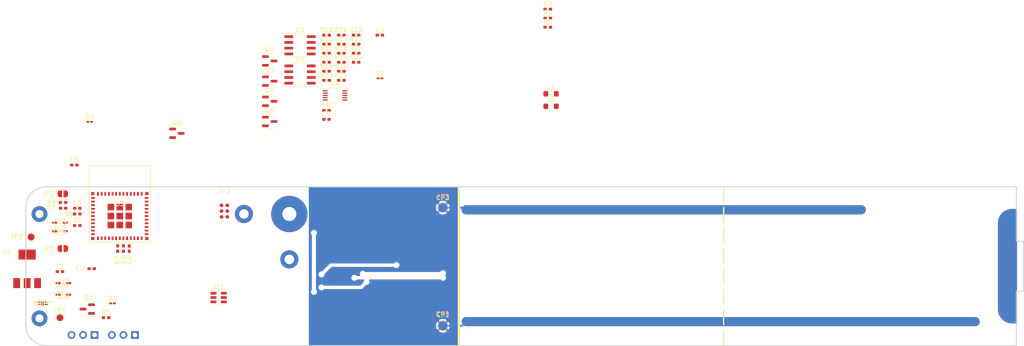
<source format=kicad_pcb>
(kicad_pcb (version 20221018) (generator pcbnew)
  (layers (0 "F.Cu" signal) (31 "B.Cu" signal) (34 "B.Paste" user) (35 "F.Paste" user) (36 "B.SilkS" user "B.Silkscreen") (37 "F.SilkS" user "F.Silkscreen") (38 "B.Mask" user) (39 "F.Mask" user) (44 "Edge.Cuts" user))
  (net 0 "")
  (net 1 "AIN0")
  (net 2 "+5V")
  (net 3 "GND")
  (net 4 "AIN1")
  (net 5 "/+5V-Logic")
  (net 6 "+3.3V")
  (net 7 "Input-Reset")
  (net 8 "Net-(U3-EN)")
  (net 9 "GNDA")
  (net 10 "+5VA")
  (net 11 "+5V-Prog")
  (net 12 "Input-Boot")
  (net 13 "ESP-Boot")
  (net 14 "Net-(D1-A)")
  (net 15 "User-LED")
  (net 16 "Net-(D2-A)")
  (net 17 "Ready-LV")
  (net 18 "Ready-HV")
  (net 19 "SDA-LV")
  (net 20 "SDA-HV")
  (net 21 "SCL-LV")
  (net 22 "SCL-HV")
  (net 23 "PWM-In-LV")
  (net 24 "PWM-In-HV")
  (net 25 "PWM-Out-LV")
  (net 26 "PWM-Out-HV")
  (net 27 "/+5V-Raw")
  (net 28 "Net-(JP1-A)")
  (net 29 "Net-(JP2-A)")
  (net 30 "/ADS1115-ADC/SETcur1")
  (net 31 "/ADS1115-ADC/SETcur2")
  (net 32 "ESP-Rx")
  (net 33 "ESP-Tx")
  (net 34 "ESP-En")
  (net 37 "Net-(D3-A)")
  (net 38 "Net-(C6-Pad1)")
  (net 39 "Net-(U2-ON)")
  (net 40 "Net-(U4-ADDR)")
  (footprint "LED_SMD:LED_0201_0603Metric_Pad0.64x0.40mm_HandSolder" (layer "F.Cu") (at 116.797876 46.93204)
    (fp_text reference "D2" (at 0 -1.05) (layer "F.SilkS"))
    (fp_text value "Red")
    (pad "1" smd roundrect (at -0.4075 0) (size 0.635 0.4) (layers "F.Cu" "F.Mask") (net 15 "User-LED"))
    (pad "2" smd roundrect (at 0.4075 0) (size 0.635 0.4) (layers "F.Cu" "F.Mask") (net 16 "Net-(D2-A)"))
  )
  (footprint "Capacitor_SMD:C_0402_1005Metric_Pad0.74x0.62mm_HandSolder" (layer "F.Cu") (at 49.53 66.04)
    (fp_text reference "C5" (at 0 -1.16) (layer "F.SilkS"))
    (fp_text value "1u")
    (pad "1" smd roundrect (at -0.5675 0) (size 0.735 0.62) (layers "F.Cu" "F.Paste" "F.Mask") (net 7 "Input-Reset"))
    (pad "2" smd roundrect (at 0.5675 0) (size 0.735 0.62) (layers "F.Cu" "F.Paste" "F.Mask") (net 3 "GND"))
  )
  (footprint "CUS08F30:USC_TOS" (layer "F.Cu") (at 46.355 78.74)
    (fp_text reference "CR3" (at 0 0 unlocked) (layer "F.SilkS"))
    (fp_text value "CUS08F30_H3FT")
    (fp_text user "*" (at -2.0866 0 unlocked) (layer "F.SilkS"))
    (fp_text user "*" (at -2.0866 0) (layer "F.SilkS"))
    (pad "1" smd rect (at -1.15 0) (size 1.1112 0.4508) (layers "F.Cu" "F.Paste" "F.Mask") (net 38 "Net-(C6-Pad1)"))
    (pad "2" smd rect (at 1.15 0) (size 1.1112 0.4508) (layers "F.Cu" "F.Paste" "F.Mask") (net 12 "Input-Boot"))
  )
  (footprint "Resistor_SMD:R_0402_1005Metric_Pad0.72x0.64mm_HandSolder" (layer "F.Cu") (at 111.537876 39.41204)
    (fp_text reference "R23" (at 0 -1.17) (layer "F.SilkS"))
    (fp_text value "10k")
    (pad "1" smd roundrect (at -0.5975 0) (size 0.715 0.64) (layers "F.Cu" "F.Paste" "F.Mask") (net 10 "+5VA"))
    (pad "2" smd roundrect (at 0.5975 0) (size 0.715 0.64) (layers "F.Cu" "F.Paste" "F.Mask") (net 22 "SCL-HV"))
  )
  (footprint "Package_SO:SOIC-8_3.9x4.9mm_P1.27mm" (layer "F.Cu") (at 99.187876 46.10204)
    (fp_text reference "U6" (at 0 -3.4) (layer "F.SilkS"))
    (fp_text value "LM334M")
    (pad "1" smd roundrect (at -2.475 -1.905) (size 1.95 0.6) (layers "F.Cu" "F.Paste" "F.Mask") (net 31 "/ADS1115-ADC/SETcur2"))
    (pad "2" smd roundrect (at -2.475 -0.635) (size 1.95 0.6) (layers "F.Cu" "F.Paste" "F.Mask") (net 4 "AIN1"))
    (pad "3" smd roundrect (at -2.475 0.635) (size 1.95 0.6) (layers "F.Cu" "F.Paste" "F.Mask") (net 4 "AIN1"))
    (pad "4" smd roundrect (at -2.475 1.905) (size 1.95 0.6) (layers "F.Cu" "F.Paste" "F.Mask") (net 10 "+5VA"))
    (pad "5" smd roundrect (at 2.475 1.905) (size 1.95 0.6) (layers "F.Cu" "F.Paste" "F.Mask"))
    (pad "6" smd roundrect (at 2.475 0.635) (size 1.95 0.6) (layers "F.Cu" "F.Paste" "F.Mask") (net 4 "AIN1"))
    (pad "7" smd roundrect (at 2.475 -0.635) (size 1.95 0.6) (layers "F.Cu" "F.Paste" "F.Mask") (net 4 "AIN1"))
    (pad "8" smd roundrect (at 2.475 -1.905) (size 1.95 0.6) (layers "F.Cu" "F.Paste" "F.Mask"))
  )
  (footprint "Package_TO_SOT_SMD:SOT-23" (layer "F.Cu") (at 92.517876 52.00204)
    (fp_text reference "Q4" (at 0 -2.4) (layer "F.SilkS"))
    (fp_text value "BSS138")
    (pad "1" smd roundrect (at -0.9375 -0.95) (size 1.475 0.6) (layers "F.Cu" "F.Paste" "F.Mask") (net 6 "+3.3V"))
    (pad "2" smd roundrect (at -0.9375 0.95) (size 1.475 0.6) (layers "F.Cu" "F.Paste" "F.Mask") (net 23 "PWM-In-LV"))
    (pad "3" smd roundrect (at 0.9375 0) (size 1.475 0.6) (layers "F.Cu" "F.Paste" "F.Mask") (net 24 "PWM-In-HV"))
  )
  (footprint "Resistor_SMD:R_0402_1005Metric_Pad0.72x0.64mm_HandSolder" (layer "F.Cu") (at 59.055 84.455 90)
    (fp_text reference "R7" (at -2.54 0 90) (layer "F.SilkS"))
    (fp_text value "10k")
    (pad "1" smd roundrect (at -0.5975 0 90) (size 0.715 0.64) (layers "F.Cu" "F.Paste" "F.Mask") (net 6 "+3.3V"))
    (pad "2" smd roundrect (at 0.5975 0 90) (size 0.715 0.64) (layers "F.Cu" "F.Paste" "F.Mask") (net 7 "Input-Reset"))
  )
  (footprint "Capacitor_SMD:C_0402_1005Metric_Pad0.74x0.62mm_HandSolder" (layer "F.Cu") (at 53.34 88.9)
    (fp_text reference "C2" (at -2.6075 0) (layer "F.SilkS"))
    (fp_text value "10u")
    (pad "1" smd roundrect (at -0.5675 0) (size 0.735 0.62) (layers "F.Cu" "F.Paste" "F.Mask") (net 2 "+5V"))
    (pad "2" smd roundrect (at 0.5675 0) (size 0.735 0.62) (layers "F.Cu" "F.Paste" "F.Mask") (net 3 "GND"))
  )
  (footprint "digikey-footprints:SOT-223" (layer "F.Cu") (at 39.13 88.925)
    (fp_text reference "U1" (at -4.445 -3.81) (layer "F.SilkS"))
    (fp_text value "LD1117S33CTR")
    (pad "1" smd rect (at -2.3 3.15) (size 1.5 2.2) (layers "F.Cu" "F.Paste" "F.Mask") (net 3 "GND"))
    (pad "2" smd rect (at 0 3.15) (size 1.5 2.2) (layers "F.Cu" "F.Paste" "F.Mask") (net 6 "+3.3V"))
    (pad "3" smd rect (at 2.3 3.15) (size 1.5 2.2) (layers "F.Cu" "F.Paste" "F.Mask") (net 5 "/+5V-Logic"))
    (pad "4" smd rect (at 0 -3.15) (size 3.8 2.2) (layers "F.Cu" "F.Paste" "F.Mask") (net 6 "+3.3V"))
  )
  (footprint "Package_TO_SOT_SMD:SOT-23" (layer "F.Cu") (at 92.517876 43.10204)
    (fp_text reference "Q2" (at 0 -2.4) (layer "F.SilkS"))
    (fp_text value "BSS138")
    (pad "1" smd roundrect (at -0.9375 -0.95) (size 1.475 0.6) (layers "F.Cu" "F.Paste" "F.Mask") (net 6 "+3.3V"))
    (pad "2" smd roundrect (at -0.9375 0.95) (size 1.475 0.6) (layers "F.Cu" "F.Paste" "F.Mask") (net 19 "SDA-LV"))
    (pad "3" smd roundrect (at 0.9375 0) (size 1.475 0.6) (layers "F.Cu" "F.Paste" "F.Mask") (net 20 "SDA-HV"))
  )
  (footprint "Custom_Footprints:Solder_Connector" (layer "F.Cu") (at 60.325 103.505 180)
    (fp_text reference "J2" hide)
    (fp_text value "Conn_01x03_Pin" hide)
    (pad "1" thru_hole rect (at -2.54 0 270) (size 1.7 1.7) (drill 1) (layers "*.Cu" "*.Mask") (net 26 "PWM-Out-HV"))
    (pad "2" thru_hole oval (at 0 0 270) (size 1.7 1.7) (drill 1) (layers "*.Cu" "*.Mask") (net 27 "/+5V-Raw"))
    (pad "3" thru_hole oval (at 2.54 0 270) (size 1.7 1.7) (drill 1) (layers "*.Cu" "*.Mask") (net 3 "GND"))
  )
  (footprint "Resistor_SMD:R_0402_1005Metric_Pad0.72x0.64mm_HandSolder" (layer "F.Cu") (at 108.287876 37.42204)
    (fp_text reference "R16" (at 0 -1.17) (layer "F.SilkS"))
    (fp_text value "10k")
    (pad "1" smd roundrect (at -0.5975 0) (size 0.715 0.64) (layers "F.Cu" "F.Paste" "F.Mask") (net 6 "+3.3V"))
    (pad "2" smd roundrect (at 0.5975 0) (size 0.715 0.64) (layers "F.Cu" "F.Paste" "F.Mask") (net 17 "Ready-LV"))
  )
  (footprint "Resistor_SMD:R_0402_1005Metric_Pad0.72x0.64mm_HandSolder" (layer "F.Cu") (at 111.537876 41.40204)
    (fp_text reference "R24" (at 0 -1.17) (layer "F.SilkS"))
    (fp_text value "10k")
    (pad "1" smd roundrect (at -0.5975 0) (size 0.715 0.64) (layers "F.Cu" "F.Paste" "F.Mask") (net 10 "+5VA"))
    (pad "2" smd roundrect (at 0.5975 0) (size 0.715 0.64) (layers "F.Cu" "F.Paste" "F.Mask") (net 24 "PWM-In-HV"))
  )
  (footprint "Resistor_SMD:R_0402_1005Metric_Pad0.72x0.64mm_HandSolder" (layer "F.Cu") (at 111.537876 43.39204)
    (fp_text reference "R25" (at 0 -1.17) (layer "F.SilkS"))
    (fp_text value "10k")
    (pad "1" smd roundrect (at -0.5975 0) (size 0.715 0.64) (layers "F.Cu" "F.Paste" "F.Mask") (net 10 "+5VA"))
    (pad "2" smd roundrect (at 0.5975 0) (size 0.715 0.64) (layers "F.Cu" "F.Paste" "F.Mask") (net 26 "PWM-Out-HV"))
  )
  (footprint "Resistor_SMD:R_0402_1005Metric_Pad0.72x0.64mm_HandSolder" (layer "F.Cu") (at 108.287876 45.38204)
    (fp_text reference "R20" (at 0 -1.17) (layer "F.SilkS"))
    (fp_text value "10k")
    (pad "1" smd roundrect (at -0.5975 0) (size 0.715 0.64) (layers "F.Cu" "F.Paste" "F.Mask") (net 6 "+3.3V"))
    (pad "2" smd roundrect (at 0.5975 0) (size 0.715 0.64) (layers "F.Cu" "F.Paste" "F.Mask") (net 21 "SCL-LV"))
  )
  (footprint "Package_TO_SOT_SMD:SOT-23" (layer "F.Cu") (at 52.3725 97.79 180)
    (fp_text reference "Q1" (at -0.3325 2.54) (layer "F.SilkS"))
    (fp_text value "BSS138")
    (pad "1" smd roundrect (at -0.9375 -0.95 180) (size 1.475 0.6) (layers "F.Cu" "F.Paste" "F.Mask") (net 6 "+3.3V"))
    (pad "2" smd roundrect (at -0.9375 0.95 180) (size 1.475 0.6) (layers "F.Cu" "F.Paste" "F.Mask") (net 17 "Ready-LV"))
    (pad "3" smd roundrect (at 0.9375 0 180) (size 1.475 0.6) (layers "F.Cu" "F.Paste" "F.Mask") (net 18 "Ready-HV"))
  )
  (footprint "Resistor_SMD:R_0402_1005Metric_Pad0.72x0.64mm_HandSolder" (layer "F.Cu") (at 153.723374 33.676694)
    (fp_text reference "R4" (at 0 -1.17) (layer "F.SilkS"))
    (fp_text value "10k")
    (pad "1" smd roundrect (at -0.5975 0) (size 0.715 0.64) (layers "F.Cu" "F.Paste" "F.Mask") (net 6 "+3.3V"))
    (pad "2" smd roundrect (at 0.5975 0) (size 0.715 0.64) (layers "F.Cu" "F.Paste" "F.Mask") (net 15 "User-LED"))
  )
  (footprint "Resistor_SMD:R_0402_1005Metric_Pad0.72x0.64mm_HandSolder" (layer "F.Cu") (at 108.287876 43.39204)
    (fp_text reference "R19" (at 0 -1.17) (layer "F.SilkS"))
    (fp_text value "10k")
    (pad "1" smd roundrect (at -0.5975 0) (size 0.715 0.64) (layers "F.Cu" "F.Paste" "F.Mask") (net 10 "+5VA"))
    (pad "2" smd roundrect (at 0.5975 0) (size 0.715 0.64) (layers "F.Cu" "F.Paste" "F.Mask") (net 20 "SDA-HV"))
  )
  (footprint "TestPoint:TestPoint_Pad_D1.5mm" (layer "F.Cu") (at 46.355 99.695)
    (fp_text reference "TP1" (at 0 -1.648) (layer "F.SilkS"))
    (fp_text value "TestPoint")
    (pad "1" smd circle (at 0 0) (size 1.5 1.5) (layers "F.Cu" "F.Mask") (net 2 "+5V"))
  )
  (footprint "Resistor_SMD:R_0402_1005Metric_Pad0.72x0.64mm_HandSolder" (layer "F.Cu") (at 108.287876 47.37204)
    (fp_text reference "R21" (at 0 -1.17) (layer "F.SilkS"))
    (fp_text value "10k")
    (pad "1" smd roundrect (at -0.5975 0) (size 0.715 0.64) (layers "F.Cu" "F.Paste" "F.Mask") (net 6 "+3.3V"))
    (pad "2" smd roundrect (at 0.5975 0) (size 0.715 0.64) (layers "F.Cu" "F.Paste" "F.Mask") (net 23 "PWM-In-LV"))
  )
  (footprint "Resistor_SMD:R_0402_1005Metric_Pad0.72x0.64mm_HandSolder" (layer "F.Cu") (at 47.0275 74.295)
    (fp_text reference "R9" (at -2.5775 0) (layer "F.SilkS"))
    (fp_text value "1k")
    (pad "1" smd roundrect (at -0.5975 0) (size 0.715 0.64) (layers "F.Cu" "F.Paste" "F.Mask") (net 38 "Net-(C6-Pad1)"))
    (pad "2" smd roundrect (at 0.5975 0) (size 0.715 0.64) (layers "F.Cu" "F.Paste" "F.Mask") (net 29 "Net-(JP2-A)"))
  )
  (footprint "Capacitor_SMD:C_0402_1005Metric_Pad0.74x0.62mm_HandSolder" (layer "F.Cu") (at 61.595 84.455 -90)
    (fp_text reference "C6" (at 2.54 0 90) (layer "F.SilkS"))
    (fp_text value "1u")
    (pad "1" smd roundrect (at -0.5675 0 270) (size 0.735 0.62) (layers "F.Cu" "F.Paste" "F.Mask") (net 38 "Net-(C6-Pad1)"))
    (pad "2" smd roundrect (at 0.5675 0 270) (size 0.735 0.62) (layers "F.Cu" "F.Paste" "F.Mask") (net 3 "GND"))
  )
  (footprint "Capacitor_SMD:C_0402_1005Metric_Pad0.74x0.62mm_HandSolder" (layer "F.Cu") (at 47.0575 75.565)
    (fp_text reference "C7" (at -2.6075 0) (layer "F.SilkS"))
    (fp_text value "1u")
    (pad "1" smd roundrect (at -0.5675 0) (size 0.735 0.62) (layers "F.Cu" "F.Paste" "F.Mask") (net 2 "+5V"))
    (pad "2" smd roundrect (at 0.5675 0) (size 0.735 0.62) (layers "F.Cu" "F.Paste" "F.Mask") (net 3 "GND"))
  )
  (footprint "Capacitor_SMD:C_0402_1005Metric_Pad0.74x0.62mm_HandSolder" (layer "F.Cu") (at 116.767876 37.41204)
    (fp_text reference "C4" (at 0 -1.16) (layer "F.SilkS"))
    (fp_text value "1u")
    (pad "1" smd roundrect (at -0.5675 0) (size 0.735 0.62) (layers "F.Cu" "F.Paste" "F.Mask") (net 8 "Net-(U3-EN)"))
    (pad "2" smd roundrect (at 0.5675 0) (size 0.735 0.62) (layers "F.Cu" "F.Paste" "F.Mask") (net 3 "GND"))
  )
  (footprint "Capacitor_SMD:C_0402_1005Metric_Pad0.74x0.62mm_HandSolder" (layer "F.Cu") (at 50.165 75.565 180)
    (fp_text reference "C3" (at 0.0675 1.27) (layer "F.SilkS"))
    (fp_text value "10u")
    (pad "1" smd roundrect (at -0.5675 0 180) (size 0.735 0.62) (layers "F.Cu" "F.Paste" "F.Mask") (net 6 "+3.3V"))
    (pad "2" smd roundrect (at 0.5675 0 180) (size 0.735 0.62) (layers "F.Cu" "F.Paste" "F.Mask") (net 3 "GND"))
  )
  (footprint "Connector:Tag-Connect_TC2030-IDC-NL_2x03_P1.27mm_Vertical" (layer "F.Cu") (at 82.55 76.2 -90)
    (fp_text reference "TP3" (at -4.445 0 -180) (layer "F.SilkS"))
    (fp_text value "~")
    (pad "" np_thru_hole circle (at -2.54 0 270) (size 0.9906 0.9906) (drill 0.9906) (layers "*.Cu" "*.Mask"))
    (pad "" np_thru_hole circle (at 2.54 -1.016 270) (size 0.9906 0.9906) (drill 0.9906) (layers "*.Cu" "*.Mask"))
    (pad "" np_thru_hole circle (at 2.54 1.016 270) (size 0.9906 0.9906) (drill 0.9906) (layers "*.Cu" "*.Mask"))
    (pad "1" connect circle (at -1.27 0.635 270) (size 0.7874 0.7874) (layers "F.Cu" "F.Mask") (net 34 "ESP-En"))
    (pad "2" connect circle (at -1.27 -0.635 270) (size 0.7874 0.7874) (layers "F.Cu" "F.Mask") (net 11 "+5V-Prog"))
    (pad "3" connect circle (at 0 0.635 270) (size 0.7874 0.7874) (layers "F.Cu" "F.Mask") (net 33 "ESP-Tx"))
    (pad "4" connect circle (at 0 -0.635 270) (size 0.7874 0.7874) (layers "F.Cu" "F.Mask") (net 3 "GND"))
    (pad "5" connect circle (at 1.27 0.635 270) (size 0.7874 0.7874) (layers "F.Cu" "F.Mask") (net 32 "ESP-Rx"))
    (pad "6" connect circle (at 1.27 -0.635 270) (size 0.7874 0.7874) (layers "F.Cu" "F.Mask") (net 13 "ESP-Boot"))
  )
  (footprint "Resistor_SMD:R_0402_1005Metric_Pad0.72x0.64mm_HandSolder" (layer "F.Cu") (at 153.723374 31.686694)
    (fp_text reference "R3" (at 0 -1.17) (layer "F.SilkS"))
    (fp_text value "1k")
    (pad "1" smd roundrect (at -0.5975 0) (size 0.715 0.64) (layers "F.Cu" "F.Paste" "F.Mask") (net 6 "+3.3V"))
    (pad "2" smd roundrect (at 0.5975 0) (size 0.715 0.64) (layers "F.Cu" "F.Paste" "F.Mask") (net 14 "Net-(D1-A)"))
  )
  (footprint "Resistor_SMD:R_0402_1005Metric_Pad0.72x0.64mm_HandSolder" (layer "F.Cu") (at 105.037876 47.37204)
    (fp_text reference "R15" (at 0 -1.17) (layer "F.SilkS"))
    (fp_text value "10k")
    (pad "1" smd roundrect (at -0.5975 0) (size 0.715 0.64) (layers "F.Cu" "F.Paste" "F.Mask"))
    (pad "2" smd roundrect (at 0.5975 0) (size 0.715 0.64) (layers "F.Cu" "F.Paste" "F.Mask"))
  )
  (footprint "SIP32408:TDFN_8DNP-T1-GE4_VIS" (layer "F.Cu") (at 42.545 96.52)
    (fp_text reference "REF**" (at 0 0 unlocked) (layer "F.SilkS"))
    (fp_text value "TDFN_8DNP-T1-GE4_VIS")
    (pad "1" smd rect (at -0.8001 -0.250063) (size 0.6604 0.254) (layers "F.Cu" "F.Paste" "F.Mask"))
    (pad "2" smd rect (at -0.8001 0.250063) (size 0.6604 0.254) (layers "F.Cu" "F.Paste" "F.Mask"))
    (pad "3" smd rect (at 0.8001 0.250063) (size 0.6604 0.254) (layers "F.Cu" "F.Paste" "F.Mask"))
    (pad "4" smd rect (at 0.8001 -0.250063) (size 0.6604 0.254) (layers "F.Cu" "F.Paste" "F.Mask"))
    (pad "5" smd rect (at 0 0) (size 0.5588 0.9144) (layers "F.Cu" "F.Paste" "F.Mask"))
  )
  (footprint "Package_TO_SOT_SMD:SOT-23" (layer "F.Cu") (at 92.517876 56.45204)
    (fp_text reference "Q5" (at 0 -2.4) (layer "F.SilkS"))
    (fp_text value "BSS138")
    (pad "1" smd roundrect (at -0.9375 -0.95) (size 1.475 0.6) (layers "F.Cu" "F.Paste" "F.Mask") (net 6 "+3.3V"))
    (pad "2" smd roundrect (at -0.9375 0.95) (size 1.475 0.6) (layers "F.Cu" "F.Paste" "F.Mask") (net 25 "PWM-Out-LV"))
    (pad "3" smd roundrect (at 0.9375 0) (size 1.475 0.6) (layers "F.Cu" "F.Paste" "F.Mask") (net 26 "PWM-Out-HV"))
  )
  (footprint "Resistor_SMD:R_0402_1005Metric_Pad0.72x0.64mm_HandSolder" (layer "F.Cu") (at 56.515 99.695)
    (fp_text reference "R1" (at 0 -1.17) (layer "F.SilkS"))
    (fp_text value "10k")
    (pad "1" smd roundrect (at -0.5975 0) (size 0.715 0.64) (layers "F.Cu" "F.Paste" "F.Mask") (net 39 "Net-(U2-ON)"))
    (pad "2" smd roundrect (at 0.5975 0) (size 0.715 0.64) (layers "F.Cu" "F.Paste" "F.Mask") (net 27 "/+5V-Raw"))
  )
  (footprint "TestPoint:TestPoint_Pad_D2.0mm" (layer "F.Cu") (at 130.617262 75.426011 180)
    (fp_text reference "CP3" (at 0.010373 2.187419) (layer "F.SilkS"))
    (fp_text value "Short Probe")
    (pad "1" smd circle (at 0 0 180) (size 2 2) (layers "F.Cu" "F.Mask") (net 4 "AIN1"))
  )
  (footprint "Package_TO_SOT_SMD:SOT-23-6" (layer "F.Cu") (at 81.28 95.25)
    (fp_text reference "U2" (at 0 -2.4) (layer "F.SilkS"))
    (fp_text value "TPS22917DBV")
    (pad "1" smd roundrect (at -1.1375 -0.95) (size 1.325 0.6) (layers "F.Cu" "F.Paste" "F.Mask") (net 27 "/+5V-Raw"))
    (pad "2" smd roundrect (at -1.1375 0) (size 1.325 0.6) (layers "F.Cu" "F.Paste" "F.Mask") (net 3 "GND"))
    (pad "3" smd roundrect (at -1.1375 0.95) (size 1.325 0.6) (layers "F.Cu" "F.Paste" "F.Mask") (net 39 "Net-(U2-ON)"))
    (pad "4" smd roundrect (at 1.1375 0.95) (size 1.325 0.6) (layers "F.Cu" "F.Paste" "F.Mask"))
    (pad "5" smd roundrect (at 1.1375 0) (size 1.325 0.6) (layers "F.Cu" "F.Paste" "F.Mask"))
    (pad "6" smd roundrect (at 1.1375 -0.95) (size 1.325 0.6) (layers "F.Cu" "F.Paste" "F.Mask") (net 2 "+5V"))
  )
  (footprint "ESP32-C3-MINI-1-N4:ESP32-C3-MINI-1_EXP" (layer "F.Cu") (at 59.524999 74.5849)
    (fp_text reference "U3" (at 0 0 unlocked) (layer "F.SilkS"))
    (fp_text value "ESP32-C3-MINI-1-N4")
    (fp_text user "*" (at -6.9414 -2.0759 unlocked) (layer "F.SilkS"))
    (fp_text user "*" (at -6.9414 -2.0759) (layer "F.SilkS"))
    (pad "1" smd rect (at -5.899998 -1.2949 90) (size 0.4064 0.8128) (layers "F.Cu" "F.Paste" "F.Mask") (net 3 "GND"))
    (pad "2" smd rect (at -5.899998 -0.494899 90) (size 0.4064 0.8128) (layers "F.Cu" "F.Paste" "F.Mask") (net 3 "GND"))
    (pad "3" smd rect (at -5.899998 0.3051 90) (size 0.4064 0.8128) (layers "F.Cu" "F.Paste" "F.Mask") (net 6 "+3.3V"))
    (pad "4" smd rect (at -5.899998 1.105101 90) (size 0.4064 0.8128) (layers "F.Cu" "F.Paste" "F.Mask"))
    (pad "5" smd rect (at -5.899998 1.905099 90) (size 0.4064 0.8128) (layers "F.Cu" "F.Paste" "F.Mask") (net 12 "Input-Boot"))
    (pad "6" smd rect (at -5.899998 2.7051 90) (size 0.4064 0.8128) (layers "F.Cu" "F.Paste" "F.Mask"))
    (pad "7" smd rect (at -5.899998 3.505101 90) (size 0.4064 0.8128) (layers "F.Cu" "F.Paste" "F.Mask"))
    (pad "8" smd rect (at -5.899998 4.305099 90) (size 0.4064 0.8128) (layers "F.Cu" "F.Paste" "F.Mask") (net 8 "Net-(U3-EN)"))
    (pad "9" smd rect (at -5.899998 5.1051 90) (size 0.4064 0.8128) (layers "F.Cu" "F.Paste" "F.Mask"))
    (pad "10" smd rect (at -5.899998 5.905099 90) (size 0.4064 0.8128) (layers "F.Cu" "F.Paste" "F.Mask"))
    (pad "11" smd rect (at -5.899998 6.7051 90) (size 0.4064 0.8128) (layers "F.Cu" "F.Paste" "F.Mask") (net 3 "GND"))
    (pad "12" smd rect (at -4.800001 7.6051) (size 0.4064 0.8128) (layers "F.Cu" "F.Paste" "F.Mask") (net 12 "Input-Boot"))
    (pad "13" smd rect (at -4 7.6051) (size 0.4064 0.8128) (layers "F.Cu" "F.Paste" "F.Mask"))
    (pad "14" smd rect (at -3.199999 7.6051) (size 0.4064 0.8128) (layers "F.Cu" "F.Paste" "F.Mask") (net 3 "GND"))
    (pad "15" smd rect (at -2.4 7.6051) (size 0.4064 0.8128) (layers "F.Cu" "F.Paste" "F.Mask"))
    (pad "16" smd rect (at -1.599999 7.6051) (size 0.4064 0.8128) (layers "F.Cu" "F.Paste" "F.Mask"))
    (pad "17" smd rect (at -0.800001 7.6051) (size 0.4064 0.8128) (layers "F.Cu" "F.Paste" "F.Mask"))
    (pad "18" smd rect (at 0 7.6051) (size 0.4064 0.8128) (layers "F.Cu" "F.Paste" "F.Mask"))
    (pad "19" smd rect (at 0.800001 7.6051) (size 0.4064 0.8128) (layers "F.Cu" "F.Paste" "F.Mask") (net 7 "Input-Reset"))
    (pad "20" smd rect (at 1.599999 7.6051) (size 0.4064 0.8128) (layers "F.Cu" "F.Paste" "F.Mask"))
    (pad "21" smd rect (at 2.4 7.6051) (size 0.4064 0.8128) (layers "F.Cu" "F.Paste" "F.Mask"))
    (pad "22" smd rect (at 3.199999 7.6051) (size 0.4064 0.8128) (layers "F.Cu" "F.Paste" "F.Mask") (net 15 "User-LED"))
    (pad "23" smd rect (at 4 7.6051) (size 0.4064 0.8128) (layers "F.Cu" "F.Paste" "F.Mask"))
    (pad "24" smd rect (at 4.799998 7.6051) (size 0.4064 0.8128) (layers "F.Cu" "F.Paste" "F.Mask"))
    (pad "25" smd rect (at 5.899998 6.7051 90) (size 0.4064 0.8128) (layers "F.Cu" "F.Paste" "F.Mask"))
    (pad "26" smd rect (at 5.899998 5.905099 90) (size 0.4064 0.8128) (layers "F.Cu" "F.Paste" "F.Mask"))
    (pad "27" smd rect (at 5.899998 5.1051 90) (size 0.4064 0.8128) (layers "F.Cu" "F.Paste" "F.Mask"))
    (pad "28" smd rect (at 5.899998 4.305099 90) (size 0.4064 0.8128) (layers "F.Cu" "F.Paste" "F.Mask"))
    (pad "29" smd rect (at 5.899998 3.505101 90) (size 0.4064 0.8128) (layers "F.Cu" "F.Paste" "F.Mask"))
    (pad "30" smd rect (at 5.899998 2.7051 90) (size 0.4064 0.8128) (layers "F.Cu" "F.Paste" "F.Mask") (net 32 "ESP-Rx"))
    (pad "31" smd rect (at 5.899998 1.905099 90) (size 0.4064 0.8128) (layers "F.Cu" "F.Paste" "F.Mask") (net 33 "ESP-Tx"))
    (pad "32" smd rect (at 5.899998 1.105101 90) (size 0.4064 0.8128) (layers "F.Cu" "F.Paste" "F.Mask"))
    (pad "33" smd rect (at 5.899998 0.3051 90) (size 0.4064 0.8128) (layers "F.Cu" "F.Paste" "F.Mask"))
    (pad "34" smd rect (at 5.899998 -0.494899 90) (size 0.4064 0.8128) (layers "F.Cu" "F.Paste" "F.Mask"))
    (pad "35" smd rect (at 5.899998 -1.2949 90) (size 0.4064 0.8128) (layers "F.Cu" "F.Paste" "F.Mask"))
    (pad "36" smd rect (at 4.800001 -2.1949) (size 0.4064 0.8128) (layers "F.Cu" "F.Paste" "F.Mask") (net 3 "GND"))
    (pad "37" smd rect (at 4 -2.1949) (size 0.4064 0.8128) (layers "F.Cu" "F.Paste" "F.Mask") (net 3 "GND"))
    (pad "38" smd rect (at 3.199999 -2.1949) (size 0.4064 0.8128) (layers "F.Cu" "F.Paste" "F.Mask") (net 3 "GND"))
    (pad "39" smd rect (at 2.4 -2.1949) (size 0.4064 0.8128) (layers "F.Cu" "F.Paste" "F.Mask") (net 3 "GND"))
    (pad "40" smd rect (at 1.599999 -2.1949) (size 0.4064 0.8128) (layers "F.Cu" "F.Paste" "F.Mask") (net 3 "GND"))
    (pad "41" smd rect (at 0.800001 -2.1949) (size 0.4064 0.8128) (layers "F.Cu" "F.Paste" "F.Mask") (net 3 "GND"))
    (pad "42" smd rect (at 0 -2.1949) (size 0.4064 0.8128) (layers "F.Cu" "F.Paste" "F.Mask") (net 3 "GND"))
    (pad "43" smd rect (at -0.800001 -2.1949) (size 0.4064 0.8128) (layers "F.Cu" "F.Paste" "F.Mask") (net 3 "GND"))
    (pad "44" smd rect (at -1.599999 -2.1949) (size 0.4064 0.8128) (layers "F.Cu" "F.Paste" "F.Mask") (net 3 "GND"))
    (pad "45" smd rect (at -2.4 -2.1949) (size 0.4064 0.8128) (layers "F.Cu" "F.Paste" "F.Mask") (net 3 "GND"))
    (pad "46" smd rect (at -3.199999 -2.1949) (size 0.4064 0.8128) (layers "F.Cu" "F.Paste" "F.Mask") (net 3 "GND"))
    (pad "47" smd rect (at -4 -2.1949) (size 0.4064 0.8128) (layers "F.Cu" "F.Paste" "F.Mask") (net 3 "GND"))
    (pad "48" smd rect (at -4.799998 -2.1949) (size 0.4064 0.8128) (layers "F.Cu" "F.Paste" "F.Mask") (net 3 "GND"))
    (pad "49" smd rect (at 0 2.7051 90) (size 1.4478 1.4478) (layers "F.Cu" "F.Paste" "F.Mask") (net 3 "GND"))
    (pad "50" smd rect (at 5.95 -2.2449 90) (size 0.7112 0.7112) (layers "F.Cu" "F.Paste" "F.Mask") (net 3 "GND"))
    (pad "51" smd rect (at 5.95 7.6551 90) (size 0.7112 0.7112) (layers "F.Cu" "F.Paste" "F.Mask") (net 3 "GND"))
    (pad "52" smd rect (at -5.95 7.6551 90) (size 0.7112 0.7112) (layers "F.Cu" "F.Paste" "F.Mask") (net 3 "GND"))
    (pad "53" smd rect (at -5.95 -2.2449 90) (size 0.7112 0.7112) (layers "F.Cu" "F.Paste" "F.Mask") (net 3 "GND"))
    (pad "54" smd rect (at 1.975 0.7301 90) (size 1.4478 1.4478) (layers "F.Cu" "F.Paste" "F.Mask") (net 3 "GND"))
    (pad "55" smd rect (at 1.975 2.7051 90) (size 1.4478 1.4478) (layers "F.Cu" "F.Paste" "F.Mask") (net 3 "GND"))
    (pad "56" smd rect (at 1.975 4.6801 90) (size 1.4478 1.4478) (layers "F.Cu" "F.Paste" "F.Mask") (net 3 "GND"))
    (pad "57" smd rect (at 0 4.6801 90) (size 1.4478 1.4478) (layers "F.Cu" "F.Paste" "F.Mask") (net 3 "GND"))
    (pad "58" smd rect (at -1.975 4.6801 90) (size 1.4478 1.4478) (layers "F.Cu" "F.Paste" "F.Mask") (net 3 "GND"))
    (pad "59" smd rect (at -1.975 2.7051 90) (size 1.4478 1.4478) (layers "F.Cu" "F.Paste" "F.Mask") (net 3 "GND"))
    (pad "60" smd rect (at -1.975 0.7301 90) (size 1.4478 1.4478) (layers "F.Cu" "F.Paste" "F.Mask") (net 3 "GND"))
    (pad "61" smd rect (at 0 0.7301 90) (size 1.4478 1.4478) (layers "F.Cu" "F.Paste" "F.Mask") (net 3 "GND"))
  )
  (footprint "Package_TO_SOT_SMD:SOT-23" (layer "F.Cu") (at 92.517876 47.55204)
    (fp_text reference "Q3" (at 0 -2.4) (layer "F.SilkS"))
    (fp_text value "BSS138")
    (pad "1" smd roundrect (at -0.9375 -0.95) (size 1.475 0.6) (layers "F.Cu" "F.Paste" "F.Mask") (net 6 "+3.3V"))
    (pad "2" smd roundrect (at -0.9375 0.95) (size 1.475 0.6) (layers "F.Cu" "F.Paste" "F.Mask") (net 21 "SCL-LV"))
    (pad "3" smd roundrect (at 0.9375 0) (size 1.475 0.6) (layers "F.Cu" "F.Paste" "F.Mask") (net 22 "SCL-HV"))
  )
  (footprint "Jumper:SolderJumper-2_P1.3mm_Open_RoundedPad1.0x1.5mm" (layer "F.Cu") (at 46.99 84.455 180)
    (fp_text reference "JP1" (at 3.175 0) (layer "F.SilkS"))
    (fp_text value "Jumper_2_Open")
    (pad "1" smd custom (at -0.65 0 180) (size 1 0.5) (layers "F.Cu" "F.Mask") (net 28 "Net-(JP1-A)") (options (clearance outline) (anchor rect)) (primitives (gr_circle (center 0 0.25) (end 0.5 0.25) (width 0) (fill yes)) (gr_circle (center 0 -0.25) (end 0.5 -0.25) (width 0) (fill yes)) (gr_poly (pts (xy 0.5 0.75) (xy 0 0.75) (xy 0 -0.75) (xy 0.5 -0.75)) (width 0) (fill yes))))
    (pad "2" smd custom (at 0.65 0 180) (size 1 0.5) (layers "F.Cu" "F.Mask") (net 3 "GND") (options (clearance outline) (anchor rect)) (primitives (gr_circle (center 0 0.25) (end 0.5 0.25) (width 0) (fill yes)) (gr_circle (center 0 -0.25) (end 0.5 -0.25) (width 0) (fill yes)) (gr_poly (pts (xy 0 0.75) (xy -0.5 0.75) (xy -0.5 -0.75) (xy 0 -0.75)) (width 0) (fill yes))))
  )
  (footprint "CUS08F30:USC_TOS" (layer "F.Cu") (at 46.355 80.645)
    (fp_text reference "CR4" (at 0 0 unlocked) (layer "F.SilkS"))
    (fp_text value "CUS08F30_H3FT")
    (fp_text user "*" (at -2.0866 0) (layer "F.SilkS"))
    (fp_text user "*" (at -2.0866 0 unlocked) (layer "F.SilkS"))
    (pad "1" smd rect (at -1.15 0) (size 1.1112 0.4508) (layers "F.Cu" "F.Paste" "F.Mask") (net 13 "ESP-Boot"))
    (pad "2" smd rect (at 1.15 0) (size 1.1112 0.4508) (layers "F.Cu" "F.Paste" "F.Mask") (net 12 "Input-Boot"))
  )
  (footprint "TestPoint:TestPoint_Pad_D1.5mm" (layer "F.Cu") (at 40.005 81.915)
    (fp_text reference "TP2" (at -3.175 0) (layer "F.SilkS"))
    (fp_text value "TestPoint")
    (pad "1" smd circle (at 0 0) (size 1.5 1.5) (layers "F.Cu" "F.Mask") (net 6 "+3.3V"))
  )
  (footprint "Inductor_SMD:L_0805_2012Metric_Pad1.05x1.20mm_HandSolder" (layer "F.Cu") (at 154.443374 53.096694)
    (fp_text reference "L2" (at 0 -1.55) (layer "F.SilkS"))
    (fp_text value "MMZ2012Y102B")
    (pad "1" smd roundrect (at -1.15 0) (size 1.05 1.2) (layers "F.Cu" "F.Paste" "F.Mask") (roundrect_rratio 0.238095) (net 9 "GNDA"))
    (pad "2" smd roundrect (at 1.15 0) (size 1.05 1.2) (layers "F.Cu" "F.Paste" "F.Mask") (roundrect_rratio 0.238095) (net 3 "GND"))
  )
  (footprint "Resistor_SMD:R_0402_1005Metric_Pad0.72x0.64mm_HandSolder" (layer "F.Cu") (at 60.325 84.455 -90)
    (fp_text reference "R8" (at 2.54 0 90) (layer "F.SilkS"))
    (fp_text value "1k")
    (pad "1" smd roundrect (at -0.5975 0 270) (size 0.715 0.64) (layers "F.Cu" "F.Paste" "F.Mask") (net 7 "Input-Reset"))
    (pad "2" smd roundrect (at 0.5975 0 270) (size 0.715 0.64) (layers "F.Cu" "F.Paste" "F.Mask") (net 28 "Net-(JP1-A)"))
  )
  (footprint "Capacitor_SMD:C_0402_1005Metric_Pad0.74x0.62mm_HandSolder" (layer "F.Cu") (at 105.017876 55.97204)
    (fp_text reference "C9" (at 0 -1.16) (layer "F.SilkS"))
    (fp_text value "1u")
    (pad "1" smd roundrect (at -0.5675 0) (size 0.735 0.62) (layers "F.Cu" "F.Paste" "F.Mask") (net 9 "GNDA"))
    (pad "2" smd roundrect (at 0.5675 0) (size 0.735 0.62) (layers "F.Cu" "F.Paste" "F.Mask") (net 10 "+5VA"))
  )
  (footprint "Resistor_SMD:R_0402_1005Metric_Pad0.72x0.64mm_HandSolder" (layer "F.Cu") (at 111.537876 37.42204)
    (fp_text reference "R22" (at 0 -1.17) (layer "F.SilkS"))
    (fp_text value "10k")
    (pad "1" smd roundrect (at -0.5975 0) (size 0.715 0.64) (layers "F.Cu" "F.Paste" "F.Mask") (net 6 "+3.3V"))
    (pad "2" smd roundrect (at 0.5975 0) (size 0.715 0.64) (layers "F.Cu" "F.Paste" "F.Mask") (net 25 "PWM-Out-LV"))
  )
  (footprint "CUS08F30:USC_TOS" (layer "F.Cu") (at 47.11 94.615)
    (fp_text reference "CR2" (at 0 0 unlocked) (layer "F.SilkS"))
    (fp_text value "CUS08F30_H3FT")
    (fp_text user "*" (at -2.0866 0 unlocked) (layer "F.SilkS"))
    (fp_text user "*" (at -2.0866 0) (layer "F.SilkS"))
    (pad "1" smd rect (at -1.15 0) (size 1.1112 0.4508) (layers "F.Cu" "F.Paste" "F.Mask") (net 5 "/+5V-Logic"))
    (pad "2" smd rect (at 1.15 0) (size 1.1112 0.4508) (layers "F.Cu" "F.Paste" "F.Mask") (net 11 "+5V-Prog"))
  )
  (footprint "CUS08F30:USC_TOS" (layer "F.Cu") (at 47.11 92.075)
    (fp_text reference "CR1" (at 0 0 unlocked) (layer "F.SilkS"))
    (fp_text value "CUS08F30_H3FT")
    (fp_text user "*" (at -2.0866 0) (layer "F.SilkS"))
    (fp_text user "*" (at -2.0866 0 unlocked) (layer "F.SilkS"))
    (pad "1" smd rect (at -1.15 0) (size 1.1112 0.4508) (layers "F.Cu" "F.Paste" "F.Mask") (net 5 "/+5V-Logic"))
    (pad "2" smd rect (at 1.15 0) (size 1.1112 0.4508) (layers "F.Cu" "F.Paste" "F.Mask") (net 2 "+5V"))
  )
  (footprint "Resistor_SMD:R_0402_1005Metric_Pad0.72x0.64mm_HandSolder" (layer "F.Cu") (at 50.165 79.375)
    (fp_text reference "R2" (at 0 -1.17) (layer "F.SilkS"))
    (fp_text value "10k")
    (pad "1" smd roundrect (at -0.5975 0) (size 0.715 0.64) (layers "F.Cu" "F.Paste" "F.Mask") (net 6 "+3.3V"))
    (pad "2" smd roundrect (at 0.5975 0) (size 0.715 0.64) (layers "F.Cu" "F.Paste" "F.Mask") (net 8 "Net-(U3-EN)"))
  )
  (footprint "Package_SO:SOIC-8_3.9x4.9mm_P1.27mm" (layer "F.Cu") (at 99.187876 39.65204)
    (fp_text reference "U5" (at 0 -3.4) (layer "F.SilkS"))
    (fp_text value "LM334M")
    (pad "1" smd roundrect (at -2.475 -1.905) (size 1.95 0.6) (layers "F.Cu" "F.Paste" "F.Mask") (net 30 "/ADS1115-ADC/SETcur1"))
    (pad "2" smd roundrect (at -2.475 -0.635) (size 1.95 0.6) (layers "F.Cu" "F.Paste" "F.Mask") (net 1 "AIN0"))
    (pad "3" smd roundrect (at -2.475 0.635) (size 1.95 0.6) (layers "F.Cu" "F.Paste" "F.Mask") (net 1 "AIN0"))
    (pad "4" smd roundrect (at -2.475 1.905) (size 1.95 0.6) (layers "F.Cu" "F.Paste" "F.Mask") (net 10 "+5VA"))
    (pad "5" smd roundrect (at 2.475 1.905) (size 1.95 0.6) (layers "F.Cu" "F.Paste" "F.Mask"))
    (pad "6" smd roundrect (at 2.475 0.635) (size 1.95 0.6) (layers "F.Cu" "F.Paste" "F.Mask") (net 1 "AIN0"))
    (pad "7" smd roundrect (at 2.475 -0.635) (size 1.95 0.6) (layers "F.Cu" "F.Paste" "F.Mask") (net 1 "AIN0"))
    (pad "8" smd roundrect (at 2.475 -1.905) (size 1.95 0.6) (layers "F.Cu" "F.Paste" "F.Mask"))
  )
  (footprint "Jumper:SolderJumper-2_P1.3mm_Open_RoundedPad1.0x1.5mm" (layer "F.Cu") (at 46.975 72.39 180)
    (fp_text reference "JP2" (at 3.16 0) (layer "F.SilkS"))
    (fp_text value "Jumper_2_Open")
    (pad "1" smd custom (at -0.65 0 180) (size 1 0.5) (layers "F.Cu" "F.Mask") (net 29 "Net-(JP2-A)") (options (clearance outline) (anchor rect)) (primitives (gr_circle (center 0 0.25) (end 0.5 0.25) (width 0) (fill yes)) (gr_circle (center 0 -0.25) (end 0.5 -0.25) (width 0) (fill yes)) (gr_poly (pts (xy 0.5 0.75) (xy 0 0.75) (xy 0 -0.75) (xy 0.5 -0.75)) (width 0) (fill yes))))
    (pad "2" smd custom (at 0.65 0 180) (size 1 0.5) (layers "F.Cu" "F.Mask") (net 3 "GND") (options (clearance outline) (anchor rect)) (primitives (gr_circle (center 0 0.25) (end 0.5 0.25) (width 0) (fill yes)) (gr_circle (center 0 -0.25) (end 0.5 -0.25) (width 0) (fill yes)) (gr_poly (pts (xy 0 0.75) (xy -0.5 0.75) (xy -0.5 -0.75) (xy 0 -0.75)) (width 0) (fill yes))))
  )
  (footprint "Resistor_SMD:R_0402_1005Metric_Pad0.72x0.64mm_HandSolder" (layer "F.Cu") (at 50.165 76.835)
    (fp_text reference "R6" (at -1.905 0) (layer "F.SilkS"))
    (fp_text value "10k")
    (pad "1" smd roundrect (at -0.5975 0) (size 0.715 0.64) (layers "F.Cu" "F.Paste" "F.Mask") (net 6 "+3.3V"))
    (pad "2" smd roundrect (at 0.5975 0) (size 0.715 0.64) (layers "F.Cu" "F.Paste" "F.Mask") (net 12 "Input-Boot"))
  )
  (footprint "Resistor_SMD:R_0402_1005Metric_Pad0.72x0.64mm_HandSolder" (layer "F.Cu") (at 105.037876 37.42204)
    (fp_text reference "R10" (at 0 -1.17) (layer "F.SilkS"))
    (fp_text value "10k")
    (pad "1" smd roundrect (at -0.5975 0) (size 0.715 0.64) (layers "F.Cu" "F.Paste" "F.Mask") (net 40 "Net-(U4-ADDR)"))
    (pad "2" smd roundrect (at 0.5975 0) (size 0.715 0.64) (layers "F.Cu" "F.Paste" "F.Mask") (net 9 "GNDA"))
  )
  (footprint "LED_SMD:LED_0201_0603Metric_Pad0.64x0.40mm_HandSolder" (layer "F.Cu") (at 52.9075 56.515)
    (fp_text reference "D3" (at 0 -1.05) (layer "F.SilkS"))
    (fp_text value "Red")
    (pad "1" smd roundrect (at -0.4075 0) (size 0.635 0.4) (layers "F.Cu" "F.Mask") (net 15 "User-LED"))
    (pad "2" smd roundrect (at 0.4075 0) (size 0.635 0.4) (layers "F.Cu" "F.Mask") (net 37 "Net-(D3-A)"))
  )
  (footprint "Capacitor_SMD:C_0402_1005Metric_Pad0.74x0.62mm_HandSolder" (layer "F.Cu") (at 105.017876 54.00204)
    (fp_text reference "C8" (at 0 -1.16) (layer "F.SilkS"))
    (fp_text value "1u")
    (pad "1" smd roundrect (at -0.5675 0) (size 0.735 0.62) (layers "F.Cu" "F.Paste" "F.Mask") (net 9 "GNDA"))
    (pad "2" smd roundrect (at 0.5675 0) (size 0.735 0.62) (layers "F.Cu" "F.Paste" "F.Mask") (net 10 "+5VA"))
  )
  (footprint "Resistor_SMD:R_0402_1005Metric_Pad0.72x0.64mm_HandSolder" (layer "F.Cu") (at 153.723374 35.666694)
    (fp_text reference "R5" (at 0 -1.17) (layer "F.SilkS"))
    (fp_text value "1k")
    (pad "1" smd roundrect (at -0.5975 0) (size 0.715 0.64) (layers "F.Cu" "F.Paste" "F.Mask") (net 6 "+3.3V"))
    (pad "2" smd roundrect (at 0.5975 0) (size 0.715 0.64) (layers "F.Cu" "F.Paste" "F.Mask") (net 16 "Net-(D2-A)"))
  )
  (footprint "Inductor_SMD:L_0805_2012Metric_Pad1.05x1.20mm_HandSolder" (layer "F.Cu") (at 154.443374 50.346694)
    (fp_text reference "L1" (at 0 -1.55) (layer "F.SilkS"))
    (fp_text value "MMZ2012Y102B")
    (pad "1" smd roundrect (at -1.15 0) (size 1.05 1.2) (layers "F.Cu" "F.Paste" "F.Mask") (roundrect_rratio 0.238095) (net 10 "+5VA"))
    (pad "2" smd roundrect (at 1.15 0) (size 1.05 1.2) (layers "F.Cu" "F.Paste" "F.Mask") (roundrect_rratio 0.238095) (net 2 "+5V"))
  )
  (footprint "Resistor_SMD:R_0402_1005Metric_Pad0.72x0.64mm_HandSolder" (layer "F.Cu") (at 105.037876 43.39204)
    (fp_text reference "R13" (at 0 -1.17) (layer "F.SilkS"))
    (fp_text value "10k")
    (pad "1" smd roundrect (at -0.5975 0) (size 0.715 0.64) (layers "F.Cu" "F.Paste" "F.Mask") (net 10 "+5VA"))
    (pad "2" smd roundrect (at 0.5975 0) (size 0.715 0.64) (layers "F.Cu" "F.Paste" "F.Mask") (net 20 "SDA-HV"))
  )
  (footprint "Resistor_SMD:R_0402_1005Metric_Pad0.72x0.64mm_HandSolder" (layer "F.Cu") (at 108.287876 41.40204)
    (fp_text reference "R18" (at 0 -1.17) (layer "F.SilkS"))
    (fp_text value "10k")
    (pad "1" smd roundrect (at -0.5975 0) (size 0.715 0.64) (layers "F.Cu" "F.Paste" "F.Mask") (net 10 "+5VA"))
    (pad "2" smd roundrect (at 0.5975 0) (size 0.715 0.64) (layers "F.Cu" "F.Paste" "F.Mask") (net 18 "Ready-HV"))
  )
  (footprint "TestPoint:TestPoint_Pad_D2.0mm" (layer "F.Cu") (at 130.617262 101.461011 180)
    (fp_text reference "CP1" (at -0.01685 2.393184) (layer "F.SilkS"))
    (fp_text value "Long Probe")
    (pad "1" smd circle (at 0 0 180) (size 2 2) (layers "F.Cu" "F.Mask") (net 1 "AIN0"))
  )
  (footprint "Resistor_SMD:R_0402_1005Metric_Pad0.72x0.64mm_HandSolder" (layer "F.Cu") (at 105.037876 39.41204)
    (fp_text reference "R11" (at 0 -1.17) (layer "F.SilkS"))
    (fp_text value "10k")
    (pad "1" smd roundrect (at -0.5975 0) (size 0.715 0.64) (layers "F.Cu" "F.Paste" "F.Mask") (net 10 "+5VA"))
    (pad "2" smd roundrect (at 0.5975 0) (size 0.715 0.64) (layers "F.Cu" "F.Paste" "F.Mask") (net 18 "Ready-HV"))
  )
  (footprint "Resistor_SMD:R_0402_1005Metric_Pad0.72x0.64mm_HandSolder" (layer "F.Cu") (at 105.037876 41.40204)
    (fp_text reference "R12" (at 0 -1.17) (layer "F.SilkS"))
    (fp_text value "10k")
    (pad "1" smd roundrect (at -0.5975 0) (size 0.715 0.64) (layers "F.Cu" "F.Paste" "F.Mask") (net 10 "+5VA"))
    (pad "2" smd roundrect (at 0.5975 0) (size 0.715 0.64) (layers "F.Cu" "F.Paste" "F.Mask") (net 22 "SCL-HV"))
  )
  (footprint "Resistor_SMD:R_0402_1005Metric_Pad0.72x0.64mm_HandSolder" (layer "F.Cu") (at 108.287876 39.41204)
    (fp_text reference "R17" (at 0 -1.17) (layer "F.SilkS"))
    (fp_text value "150R")
    (pad "1" smd roundrect (at -0.5975 0) (size 0.715 0.64) (layers "F.Cu" "F.Paste" "F.Mask") (net 31 "/ADS1115-ADC/SETcur2"))
    (pad "2" smd roundrect (at 0.5975 0) (size 0.715 0.64) (layers "F.Cu" "F.Paste" "F.Mask") (net 4 "AIN1"))
  )
  (footprint "Resistor_SMD:R_0402_1005Metric_Pad0.72x0.64mm_HandSolder" (layer "F.Cu") (at 105.037876 45.38204)
    (fp_text reference "R14" (at 0 -1.17) (layer "F.SilkS"))
    (fp_text value "150R")
    (pad "1" smd roundrect (at -0.5975 0) (size 0.715 0.64) (layers "F.Cu" "F.Paste" "F.Mask") (net 30 "/ADS1115-ADC/SETcur1"))
    (pad "2" smd roundrect (at 0.5975 0) (size 0.715 0.64) (layers "F.Cu" "F.Paste" "F.Mask") (net 1 "AIN0"))
  )
  (footprint "Package_TO_SOT_SMD:SOT-23" (layer "F.Cu") (at 72.0875 59.055)
    (fp_text reference "Q6" (at 0 -2.4) (layer "F.SilkS"))
    (fp_text value "BSS138")
    (pad "1" smd roundrect (at -0.9375 -0.95) (size 1.475 0.6) (layers "F.Cu" "F.Paste" "F.Mask") (net 6 "+3.3V"))
    (pad "2" smd roundrect (at -0.9375 0.95) (size 1.475 0.6) (layers "F.Cu" "F.Paste" "F.Mask") (net 25 "PWM-Out-LV"))
    (pad "3" smd roundrect (at 0.9375 0) (size 1.475 0.6) (layers "F.Cu" "F.Paste" "F.Mask") (net 26 "PWM-Out-HV"))
  )
  (footprint "LED_SMD:LED_0201_0603Metric_Pad0.64x0.40mm_HandSolder" (layer "F.Cu") (at 57.9325 96.52)
    (fp_text reference "D1" (at 0 -1.05) (layer "F.SilkS"))
    (fp_text value "Green")
    (pad "1" smd roundrect (at -0.4075 0) (size 0.635 0.4) (layers "F.Cu" "F.Mask") (net 3 "GND"))
    (pad "2" smd roundrect (at 0.4075 0) (size 0.635 0.4) (layers "F.Cu" "F.Mask") (net 14 "Net-(D1-A)"))
  )
  (footprint "Package_SO:TSSOP-10_3x3mm_P0.5mm" (layer "F.Cu") (at 106.887876 50.69204)
    (fp_text reference "U4" (at 0 -2.55) (layer "F.SilkS"))
    (fp_text value "ADS1115IDGS")
    (pad "1" smd rect (at -2.15 -1) (size 1.1 0.25) (layers "F.Cu" "F.Paste" "F.Mask") (net 40 "Net-(U4-ADDR)"))
    (pad "2" smd rect (at -2.15 -0.5) (size 1.1 0.25) (layers "F.Cu" "F.Paste" "F.Mask") (net 18 "Ready-HV"))
    (pad "3" smd rect (at -2.15 0) (size 1.1 0.25) (layers "F.Cu" "F.Paste" "F.Mask") (net 9 "GNDA"))
    (pad "4" smd rect (at -2.15 0.5) (size 1.1 0.25) (layers "F.Cu" "F.Paste" "F.Mask") (net 1 "AIN0"))
    (pad "5" smd rect (at -2.15 1) (size 1.1 0.25) (layers "F.Cu" "F.Paste" "F.Mask") (net 4 "AIN1"))
    (pad "6" smd rect (at 2.15 1) (size 1.1 0.25) (layers "F.Cu" "F.Paste" "F.Mask"))
    (pad "7" smd rect (at 2.15 0.5) (size 1.1 0.25) (layers "F.Cu" "F.Paste" "F.Mask"))
    (pad "8" smd rect (at 2.15 0) (size 1.1 0.25) (layers "F.Cu" "F.Paste" "F.Mask") (net 10 "+5VA"))
    (pad "9" smd rect (at 2.15 -0.5) (size 1.1 0.25) (layers "F.Cu" "F.Paste" "F.Mask") (net 20 "SDA-HV"))
    (pad "10" smd rect (at 2.15 -1) (size 1.1 0.25) (layers "F.Cu" "F.Paste" "F.Mask") (net 22 "SCL-HV"))
  )
  (footprint "Custom_Footprints:Solder_Connector" (layer "F.Cu") (at 51.435 103.505 180)
    (fp_text reference "J1" hide)
    (fp_text value "Conn_01x03_Pin" hide)
    (pad "1" thru_hole rect (at -2.54 0 270) (size 1.7 1.7) (drill 1) (layers "*.Cu" "*.Mask") (net 24 "PWM-In-HV"))
    (pad "2" thru_hole oval (at 0 0 270) (size 1.7 1.7) (drill 1) (layers "*.Cu" "*.Mask") (net 27 "/+5V-Raw"))
    (pad "3" thru_hole oval (at 2.54 0 270) (size 1.7 1.7) (drill 1) (layers "*.Cu" "*.Mask") (net 3 "GND"))
  )
  (footprint "Capacitor_SMD:C_0402_1005Metric_Pad0.74x0.62mm_HandSolder" (layer "F.Cu") (at 46.355 89.535)
    (fp_text reference "C1" (at 0 -1.16) (layer "F.SilkS"))
    (fp_text value "10u")
    (pad "1" smd roundrect (at -0.5675 0) (size 0.735 0.62) (layers "F.Cu" "F.Paste" "F.Mask") (net 5 "/+5V-Logic"))
    (pad "2" smd roundrect (at 0.5675 0) (size 0.735 0.62) (layers "F.Cu" "F.Paste" "F.Mask") (net 3 "GND"))
  )
  (footprint "TestPoint:TestPoint_Pad_D2.0mm" (layer "B.Cu") (at 130.617262 75.426011)
    (fp_text reference "CP4" (at 0.01443 -2.424562) (layer "B.SilkS") (effects (justify mirror)))
    (fp_text value "Short Probe")
    (pad "1" smd circle (at 0 0) (size 2 2) (layers "B.Cu" "B.Mask") (net 9 "GNDA"))
  )
  (footprint "TestPoint:TestPoint_Pad_D2.0mm" (layer "B.Cu") (at 130.617262 101.461011)
    (fp_text reference "CP2" (at -0.017027 -2.577091) (layer "B.SilkS") (effects (justify mirror)))
    (fp_text value "Long Probe")
    (pad "1" smd circle (at 0 0) (size 2 2) (layers "B.Cu" "B.Mask") (net 9 "GNDA"))
  )
  (gr_poly (pts (arc (start 255.89936 75.83288) (mid 253.77804 76.71156) (end 252.89936 78.83288)) (arc (start 252.89936 97.83288) (mid 253.77804 99.9542) (end 255.89936 100.83288)) (xy 256.89936 100.83288) (xy 256.89936 75.83288)) (stroke (width 0.2)) (fill solid) (layer "F.Cu"))
  (gr_poly (pts (arc (start 255.89936 75.83288) (mid 253.77804 76.71156) (end 252.89936 78.83288)) (arc (start 252.89936 97.83288) (mid 253.77804 99.9542) (end 255.89936 100.83288)) (xy 256.89936 100.83288) (xy 256.89936 75.83288)) (stroke (width 0.2)) (fill solid) (layer "B.Cu"))
  (gr_line (start 192.423942 105.694823) (end 192.432715 70.956389) (stroke (width 0.3) (type dash)) (layer "F.SilkS"))
  (gr_line (start 134.149407 70.996765) (end 134.148989 105.663209) (stroke (width 0.5)) (layer "F.SilkS"))
  (gr_line (start 256.847349 70.845873) (end 256.847349 82.845873) (stroke (width 0.2)) (layer "Edge.Cuts"))
  (gr_line (start 38.847349 75.345873) (end 38.847349 101.345873) (stroke (width 0.2)) (layer "Edge.Cuts"))
  (gr_arc (start 43.347349 105.845873) (mid 40.165358 104.527855) (end 38.847349 101.345873) (stroke (width 0.2)) (layer "Edge.Cuts"))
  (gr_line (start 258.447349 93.845873) (end 256.847349 93.845873) (stroke (width 0.2)) (layer "Edge.Cuts"))
  (gr_arc (start 38.847349 75.345873) (mid 40.165358 72.163874) (end 43.347349 70.845873) (stroke (width 0.2)) (layer "Edge.Cuts"))
  (gr_line (start 258.447349 82.845873) (end 258.447349 93.845873) (stroke (width 0.2)) (layer "Edge.Cuts"))
  (gr_line (start 43.347349 105.845873) (end 256.847349 105.845873) (stroke (width 0.2)) (layer "Edge.Cuts"))
  (gr_line (start 256.847349 82.845873) (end 258.447349 82.845873) (stroke (width 0.2)) (layer "Edge.Cuts"))
  (gr_line (start 256.847349 70.845873) (end 43.347349 70.845873) (stroke (width 0.2)) (layer "Edge.Cuts"))
  (gr_line (start 256.847349 93.845873) (end 256.847349 105.845873) (stroke (width 0.2)) (layer "Edge.Cuts"))
  (via (at 86.846262 76.839444) (size 4) (drill 2.1) (layers "F.Cu" "B.Cu") (net 0))
  (via (at 96.847318 86.836318) (size 4) (drill 2.1) (layers "F.Cu" "B.Cu") (net 0))
  (via (at 41.849366 76.846763) (size 3.5) (drill 1.8) (layers "F.Cu" "B.Cu") (net 0))
  (via (at 96.841761 76.84025) (size 8) (drill 3.1) (layers "F.Cu" "B.Cu") (net 0))
  (via (at 41.847349 99.841574) (size 3.5) (drill 1.8) (layers "F.Cu" "B.Cu") (net 0))
  (segment (start 130.617262 101.461011) (end 134.85506 101.461011) (width 0.25) (layer "F.Cu") (net 1))
  (segment (start 134.85506 101.461011) (end 135.765598 100.550473) (width 0.25) (layer "F.Cu") (net 1))
  (segment (start 135.765598 100.550473) (end 247.785627 100.550473) (width 2) (layer "F.Cu") (net 1))
  (segment (start 135.262976 75.426011) (end 135.745028 75.908063) (width 0.3) (layer "F.Cu") (net 4))
  (segment (start 135.745028 75.908063) (end 222.731736 75.908063) (width 2) (layer "F.Cu") (net 4))
  (segment (start 130.617262 75.426011) (end 135.262976 75.426011) (width 0.3) (layer "F.Cu") (net 4))
  (segment (start 135.744155 75.908936) (end 135.745028 75.908063) (width 0.25) (layer "F.Cu") (net 4))
  (segment (start 130.617262 101.461011) (end 134.853368 101.461011) (width 0.4) (layer "B.Cu") (net 9))
  (segment (start 135.248189 75.426011) (end 135.734341 75.912163) (width 0.4) (layer "B.Cu") (net 9))
  (segment (start 134.853368 101.461011) (end 135.763682 100.550697) (width 0.4) (layer "B.Cu") (net 9))
  (segment (start 135.763682 100.550697) (end 247.783711 100.550697) (width 2) (layer "B.Cu") (net 9))
  (segment (start 130.617262 75.426011) (end 135.248189 75.426011) (width 0.4) (layer "B.Cu") (net 9))
  (segment (start 135.734341 75.912163) (end 222.721049 75.912163) (width 2) (layer "B.Cu") (net 9))
  (zone (net 3) (net_name "GND") (layer "B.Cu") (name "GND") (priority 2) (connect_pads (clearance 0.25)) (min_thickness 0.25) (fill yes (thermal_gap 0.5) (thermal_bridge_width 0.5))
    (polygon (pts (xy 134.134416 105.787238) (xy 101.136359 105.79232) (xy 101.122781 70.809013) (xy 134.146784 70.826112)))
  )
)
</source>
